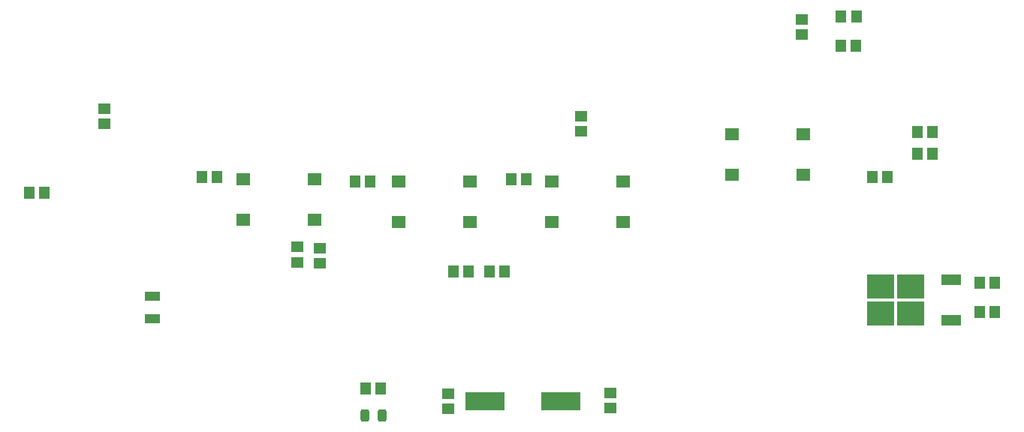
<source format=gbr>
%TF.GenerationSoftware,KiCad,Pcbnew,(6.0.5)*%
%TF.CreationDate,2022-07-21T18:11:48-07:00*%
%TF.ProjectId,rectangle-clock,72656374-616e-4676-9c65-2d636c6f636b,rev?*%
%TF.SameCoordinates,PX4c4b400PY8a48640*%
%TF.FileFunction,Paste,Top*%
%TF.FilePolarity,Positive*%
%FSLAX46Y46*%
G04 Gerber Fmt 4.6, Leading zero omitted, Abs format (unit mm)*
G04 Created by KiCad (PCBNEW (6.0.5)) date 2022-07-21 18:11:48*
%MOMM*%
%LPD*%
G01*
G04 APERTURE LIST*
G04 Aperture macros list*
%AMRoundRect*
0 Rectangle with rounded corners*
0 $1 Rounding radius*
0 $2 $3 $4 $5 $6 $7 $8 $9 X,Y pos of 4 corners*
0 Add a 4 corners polygon primitive as box body*
4,1,4,$2,$3,$4,$5,$6,$7,$8,$9,$2,$3,0*
0 Add four circle primitives for the rounded corners*
1,1,$1+$1,$2,$3*
1,1,$1+$1,$4,$5*
1,1,$1+$1,$6,$7*
1,1,$1+$1,$8,$9*
0 Add four rect primitives between the rounded corners*
20,1,$1+$1,$2,$3,$4,$5,0*
20,1,$1+$1,$4,$5,$6,$7,0*
20,1,$1+$1,$6,$7,$8,$9,0*
20,1,$1+$1,$8,$9,$2,$3,0*%
G04 Aperture macros list end*
%ADD10R,1.150000X1.400000*%
%ADD11R,1.600000X1.400000*%
%ADD12R,1.400000X1.150000*%
%ADD13R,1.800000X1.000000*%
%ADD14R,4.500000X2.000000*%
%ADD15R,3.050000X2.750000*%
%ADD16R,2.200000X1.200000*%
%ADD17RoundRect,0.243750X-0.243750X-0.456250X0.243750X-0.456250X0.243750X0.456250X-0.243750X0.456250X0*%
G04 APERTURE END LIST*
D10*
%TO.C,R12*%
X79020000Y30430000D03*
X80720000Y30430000D03*
%TD*%
D11*
%TO.C,SW3*%
X66368000Y30156000D03*
X74368000Y30156000D03*
X66368000Y25656000D03*
X74368000Y25656000D03*
%TD*%
D10*
%TO.C,R8*%
X44170000Y30680000D03*
X45870000Y30680000D03*
%TD*%
D12*
%TO.C,R7*%
X33190000Y38430000D03*
X33190000Y36730000D03*
%TD*%
%TO.C,C4*%
X90240000Y4610000D03*
X90240000Y6310000D03*
%TD*%
D10*
%TO.C,C2*%
X76630000Y20032000D03*
X78330000Y20032000D03*
%TD*%
D13*
%TO.C,Y1*%
X38618000Y17218000D03*
X38618000Y14718000D03*
%TD*%
D10*
%TO.C,C7*%
X131893000Y18721000D03*
X133593000Y18721000D03*
%TD*%
D12*
%TO.C,R1*%
X54890000Y22790000D03*
X54890000Y21090000D03*
%TD*%
D10*
%TO.C,R9*%
X61470000Y30220000D03*
X63170000Y30220000D03*
%TD*%
D12*
%TO.C,R4*%
X86960000Y37590000D03*
X86960000Y35890000D03*
%TD*%
D10*
%TO.C,C5*%
X131893000Y15419000D03*
X133593000Y15419000D03*
%TD*%
%TO.C,C8*%
X116260000Y48810000D03*
X117960000Y48810000D03*
%TD*%
%TO.C,R5*%
X24720000Y28910000D03*
X26420000Y28910000D03*
%TD*%
%TO.C,R13*%
X62660000Y6824000D03*
X64360000Y6824000D03*
%TD*%
D12*
%TO.C,R3*%
X57440000Y22690000D03*
X57440000Y20990000D03*
%TD*%
D14*
%TO.C,Y2*%
X84610000Y5370000D03*
X76110000Y5370000D03*
%TD*%
D10*
%TO.C,R11*%
X124890000Y35780000D03*
X126590000Y35780000D03*
%TD*%
D15*
%TO.C,U2*%
X120710000Y18330000D03*
X120710000Y15280000D03*
X124060000Y15280000D03*
X124060000Y18330000D03*
D16*
X128685000Y14525000D03*
X128685000Y19085000D03*
%TD*%
D10*
%TO.C,C6*%
X119810000Y30700000D03*
X121510000Y30700000D03*
%TD*%
D11*
%TO.C,SW4*%
X83640000Y30156000D03*
X91640000Y30156000D03*
X83640000Y25656000D03*
X91640000Y25656000D03*
%TD*%
D10*
%TO.C,R10*%
X124880000Y33320000D03*
X126580000Y33320000D03*
%TD*%
D11*
%TO.C,SW2*%
X48842000Y30410000D03*
X56842000Y30410000D03*
X48842000Y25910000D03*
X56842000Y25910000D03*
%TD*%
D17*
%TO.C,D1*%
X62572500Y3776000D03*
X64447500Y3776000D03*
%TD*%
D12*
%TO.C,C3*%
X71950000Y4510000D03*
X71950000Y6210000D03*
%TD*%
%TO.C,R2*%
X111810000Y48450000D03*
X111810000Y46750000D03*
%TD*%
D10*
%TO.C,C9*%
X116190000Y45540000D03*
X117890000Y45540000D03*
%TD*%
%TO.C,C1*%
X72566000Y20032000D03*
X74266000Y20032000D03*
%TD*%
D11*
%TO.C,SW1*%
X103960000Y35490000D03*
X111960000Y35490000D03*
X103960000Y30990000D03*
X111960000Y30990000D03*
%TD*%
M02*

</source>
